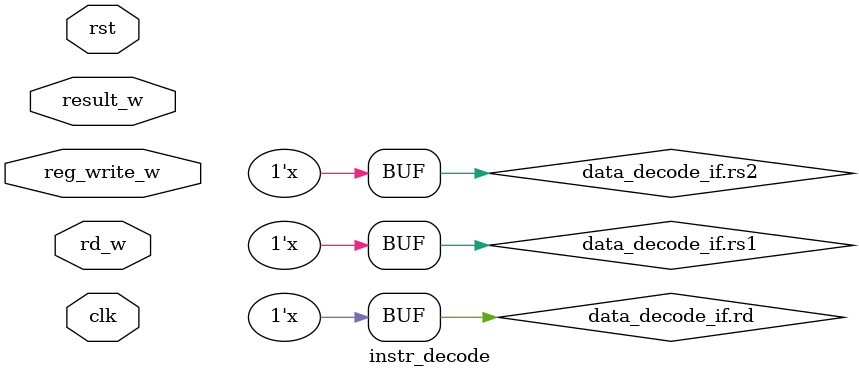
<source format=sv>
`include "lib/mux.sv"
`include "proc_common/regfile.sv"
`include "proc_common/c_regfile.sv"
`include "pipeline/control_unit.sv"
`include "pipeline/extend.sv"
`include "pipeline/if/control_signal.sv"
`include "pipeline/if/data_signal.sv"

module instr_decode (
    input logic clk, rst,

    // input
    data_fetch_io data_fetch_if,

    // output
    control_decode_io control_decode_if,
    data_decode_io data_decode_if,

    // from write back stage
    input logic [4:0] rd_w,
    input logic [31:0] result_w,
    input logic reg_write_w
);
    // contrl unit
    logic [1:0] imm_src_d;
    logic c_reg_src;
    logic c_reg_write;
    control_unit i_control_unit (
        .op_6_0(data_fetch_if.instr[6:0]),
        .funct3(data_fetch_if.instr[14:12]),
        .funct7_5(data_fetch_if.instr[30]),
        .control_decode_if(control_decode_if),
        .imm_src(imm_src_d),
        .c_reg_write(c_reg_write),
        .c_reg_src(c_reg_src)
    );

    // register file
    regfile i_regfile (
        .clk(~clk),
        .rst(rst),
        .we3(reg_write_w),
        .a1(data_fetch_if.instr[19:15]),
        .a2(data_fetch_if.instr[24:20]),
        .a3(rd_w),
        .wd3(result_w),
        .rd1(data_decode_if.rd1),
        .rd2(data_decode_if.rd2)
    );

    // extend unit
    extend i_extend (
        .instr(data_fetch_if.instr[31:7]),
        .imm_src(imm_src_d),
        .imm_ext(data_decode_if.imm_ext)
    );


    // control register file
    logic [31:0] c_reg_data_in;
    mux #(
            .DATAW(32)
        ) c_reg_data_mux (
            .data_in({{{27{data_fetch_if.instr[19]}}, data_fetch_if.instr[19:15]}, data_decode_if.rd1}),
            .sel_in(c_reg_src),
            .data_out(c_reg_data_in)
    );
    c_regfile crf (
        .clk(~clk),
        .rst(rst),
        .we(c_reg_write),
        .din(c_reg_data_in),
        .addr(data_decode_if.imm_ext),
        .dout(data_decode_if.c_reg_data_out),
        .status(data_decode_if.status),
        .result_bytes(data_decode_if.result_bytes)
    );

    assign data_decode_if.pc = data_fetch_if.pc;
    assign data_decode_if.rs1 = data_fetch_if.instr[19:15];
    assign data_decode_if.rs2 = data_fetch_if.instr[24:20];
    assign data_decode_if.rd = data_fetch_if.instr[11:7];
    assign data_decode_if.pc_plus4 = data_fetch_if.pc_plus4;
endmodule
</source>
